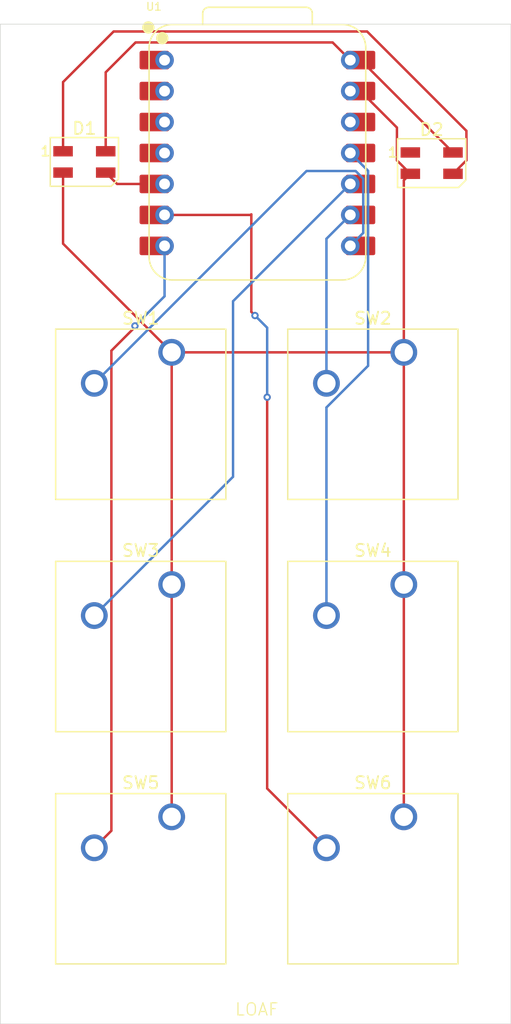
<source format=kicad_pcb>
(kicad_pcb (version 20241229) (generator "pcbnew") (generator_version "9.0")
  (layers (0 "F.Cu" signal) (2 "B.Cu" signal) (13 "F.Paste" user) (15 "B.Paste" user) (5 "F.SilkS" user "F.Silkscreen") (7 "B.SilkS" user "B.Silkscreen") (1 "F.Mask" user) (3 "B.Mask" user) (25 "Edge.Cuts" user))
  (net 0 "")
  (net 1 "GND")
  (net 2 "+5V")
  (net 3 "Net-(D1-DIN)")
  (net 4 "Net-(D1-DOUT)")
  (net 6 "Net-(U1-GPIO1{slash}RX)")
  (net 7 "Net-(U1-GPIO2{slash}SCK)")
  (net 8 "Net-(U1-GPIO4{slash}MISO)")
  (net 9 "Net-(U1-GPIO3{slash}MOSI)")
  (net 11 "Net-(U1-GPIO0{slash}TX)")
  (net 12 "Net-(U1-GPIO7{slash}SCL)")
  (footprint "LED_SMD:LED_SK6812MINI_PLCC4_3.5x3.5mm_P1.75mm" (layer "F.Cu") (at 81.1 55.5)
    (property "Reference" "D1" (at 0 -2.75 0) (layer "F.SilkS"))
    (property "Value" "SK6812MINI")
    (fp_line (start -2.8 -2) (end -2.8 2) (stroke (width 0.12)) (layer "F.SilkS"))
    (fp_line (start -2.8 -2) (end 2.8 -2) (stroke (width 0.12)) (layer "F.SilkS"))
    (fp_line (start -2.8 2) (end 2.2 2) (stroke (width 0.12)) (layer "F.SilkS"))
    (fp_line (start 2.8 1.4) (end 2.2 2) (stroke (width 0.12)) (layer "F.SilkS"))
    (fp_line (start 2.8 1.4) (end 2.8 -2) (stroke (width 0.12)) (layer "F.SilkS"))
    (fp_text user "1" (at -3.2 -0.875 0) (layer "F.SilkS") (effects (font (size 0.8 0.8))))
    (pad "1" smd rect (at -1.75 -0.875) (size 1.6 0.85) (layers "F.Cu" "F.Mask" "F.Paste") (net 4 "Net-(D1-DOUT)"))
    (pad "2" smd rect (at -1.75 0.875) (size 1.6 0.85) (layers "F.Cu" "F.Mask" "F.Paste") (net 1 "GND"))
    (pad "3" smd rect (at 1.75 0.875) (size 1.6 0.85) (layers "F.Cu" "F.Mask" "F.Paste") (net 3 "Net-(D1-DIN)"))
    (pad "4" smd rect (at 1.75 -0.875) (size 1.6 0.85) (layers "F.Cu" "F.Mask" "F.Paste") (net 2 "+5V"))
  )
  (footprint "Button_Switch_Keyboard:SW_Cherry_MX_1.00u_PCB" (layer "F.Cu") (at 88.265 71.12)
    (property "Reference" "SW1" (at -2.54 -2.794 0) (layer "F.SilkS"))
    (property "Value" "SW_Push")
    (fp_line (start -9.525 -1.905) (end 4.445 -1.905) (stroke (width 0.12)) (layer "F.SilkS"))
    (fp_line (start -9.525 12.065) (end -9.525 -1.905) (stroke (width 0.12)) (layer "F.SilkS"))
    (fp_line (start 4.445 -1.905) (end 4.445 12.065) (stroke (width 0.12)) (layer "F.SilkS"))
    (fp_line (start 4.445 12.065) (end -9.525 12.065) (stroke (width 0.12)) (layer "F.SilkS"))
    (pad "" np_thru_hole circle (at -7.62 5.08) (size 1.7 1.7) (drill 1.7) (layers "*.Cu" "*.Mask"))
    (pad "" np_thru_hole circle (at -2.54 5.08) (size 4 4) (drill 4) (layers "*.Cu" "*.Mask"))
    (pad "" np_thru_hole circle (at 2.54 5.08) (size 1.7 1.7) (drill 1.7) (layers "*.Cu" "*.Mask"))
    (pad "1" thru_hole circle (at 0 0) (size 2.2 2.2) (drill 1.5) (layers "*.Cu" "*.Mask") (net 1 "GND"))
    (pad "2" thru_hole circle (at -6.35 2.54) (size 2.2 2.2) (drill 1.5) (layers "*.Cu" "*.Mask") (net 6 "Net-(U1-GPIO1{slash}RX)"))
  )
  (footprint "Button_Switch_Keyboard:SW_Cherry_MX_1.00u_PCB" (layer "F.Cu") (at 107.315 109.22)
    (property "Reference" "SW6" (at -2.54 -2.794 0) (layer "F.SilkS"))
    (property "Value" "SW_Push")
    (fp_line (start -9.525 -1.905) (end 4.445 -1.905) (stroke (width 0.12)) (layer "F.SilkS"))
    (fp_line (start -9.525 12.065) (end -9.525 -1.905) (stroke (width 0.12)) (layer "F.SilkS"))
    (fp_line (start 4.445 -1.905) (end 4.445 12.065) (stroke (width 0.12)) (layer "F.SilkS"))
    (fp_line (start 4.445 12.065) (end -9.525 12.065) (stroke (width 0.12)) (layer "F.SilkS"))
    (pad "" np_thru_hole circle (at -7.62 5.08) (size 1.7 1.7) (drill 1.7) (layers "*.Cu" "*.Mask"))
    (pad "" np_thru_hole circle (at -2.54 5.08) (size 4 4) (drill 4) (layers "*.Cu" "*.Mask"))
    (pad "" np_thru_hole circle (at 2.54 5.08) (size 1.7 1.7) (drill 1.7) (layers "*.Cu" "*.Mask"))
    (pad "1" thru_hole circle (at 0 0) (size 2.2 2.2) (drill 1.5) (layers "*.Cu" "*.Mask") (net 1 "GND"))
    (pad "2" thru_hole circle (at -6.35 2.54) (size 2.2 2.2) (drill 1.5) (layers "*.Cu" "*.Mask") (net 12 "Net-(U1-GPIO7{slash}SCL)"))
  )
  (footprint "Button_Switch_Keyboard:SW_Cherry_MX_1.00u_PCB" (layer "F.Cu") (at 88.265 109.22)
    (property "Reference" "SW5" (at -2.54 -2.794 0) (layer "F.SilkS"))
    (property "Value" "SW_Push")
    (fp_line (start -9.525 -1.905) (end 4.445 -1.905) (stroke (width 0.12)) (layer "F.SilkS"))
    (fp_line (start -9.525 12.065) (end -9.525 -1.905) (stroke (width 0.12)) (layer "F.SilkS"))
    (fp_line (start 4.445 -1.905) (end 4.445 12.065) (stroke (width 0.12)) (layer "F.SilkS"))
    (fp_line (start 4.445 12.065) (end -9.525 12.065) (stroke (width 0.12)) (layer "F.SilkS"))
    (pad "" np_thru_hole circle (at -7.62 5.08) (size 1.7 1.7) (drill 1.7) (layers "*.Cu" "*.Mask"))
    (pad "" np_thru_hole circle (at -2.54 5.08) (size 4 4) (drill 4) (layers "*.Cu" "*.Mask"))
    (pad "" np_thru_hole circle (at 2.54 5.08) (size 1.7 1.7) (drill 1.7) (layers "*.Cu" "*.Mask"))
    (pad "1" thru_hole circle (at 0 0) (size 2.2 2.2) (drill 1.5) (layers "*.Cu" "*.Mask") (net 1 "GND"))
    (pad "2" thru_hole circle (at -6.35 2.54) (size 2.2 2.2) (drill 1.5) (layers "*.Cu" "*.Mask") (net 11 "Net-(U1-GPIO0{slash}TX)"))
  )
  (footprint "LED_SMD:LED_SK6812MINI_PLCC4_3.5x3.5mm_P1.75mm" (layer "F.Cu") (at 109.6 55.6)
    (property "Reference" "D2" (at 0 -2.75 0) (layer "F.SilkS"))
    (property "Value" "SK6812MINI")
    (fp_line (start -2.8 -2) (end -2.8 2) (stroke (width 0.12)) (layer "F.SilkS"))
    (fp_line (start -2.8 -2) (end 2.8 -2) (stroke (width 0.12)) (layer "F.SilkS"))
    (fp_line (start -2.8 2) (end 2.2 2) (stroke (width 0.12)) (layer "F.SilkS"))
    (fp_line (start 2.8 1.4) (end 2.2 2) (stroke (width 0.12)) (layer "F.SilkS"))
    (fp_line (start 2.8 1.4) (end 2.8 -2) (stroke (width 0.12)) (layer "F.SilkS"))
    (fp_text user "1" (at -3.2 -0.875 0) (layer "F.SilkS") (effects (font (size 0.8 0.8))))
    (pad "1" smd rect (at -1.75 -0.875) (size 1.6 0.85) (layers "F.Cu" "F.Mask" "F.Paste"))
    (pad "2" smd rect (at -1.75 0.875) (size 1.6 0.85) (layers "F.Cu" "F.Mask" "F.Paste") (net 1 "GND"))
    (pad "3" smd rect (at 1.75 0.875) (size 1.6 0.85) (layers "F.Cu" "F.Mask" "F.Paste") (net 4 "Net-(D1-DOUT)"))
    (pad "4" smd rect (at 1.75 -0.875) (size 1.6 0.85) (layers "F.Cu" "F.Mask" "F.Paste") (net 2 "+5V"))
  )
  (footprint "OPL:XIAO-RP2040-DIP" (layer "F.Cu") (at 95.3 54.76875)
    (property "Reference" "U1" (at -8.5 -12 0) (layer "F.SilkS") (effects (font (size 0.635 0.635) (thickness 0.1016))))
    (property "Value" "XIAO-RP2040-DIP")
    (fp_line (start -8.89 8.509) (end -8.89 -8.636) (stroke (width 0.127)) (layer "F.SilkS"))
    (fp_line (start -6.985 10.414) (end 6.985 10.414) (stroke (width 0.127)) (layer "F.SilkS"))
    (fp_line (start -4.495 -10.541) (end -4.491272 -11.451272) (stroke (width 0.127)) (layer "F.SilkS"))
    (fp_line (start -3.991272 -11.951) (end 4.004 -11.951) (stroke (width 0.127)) (layer "F.SilkS"))
    (fp_line (start 4.504 -11.451) (end 4.504 -10.541) (stroke (width 0.127)) (layer "F.SilkS"))
    (fp_line (start 6.985 -10.541) (end -6.985 -10.541) (stroke (width 0.1)) (layer "F.SilkS"))
    (fp_line (start 6.985 -10.541) (end -6.985 -10.541) (stroke (width 0.127)) (layer "F.SilkS"))
    (fp_line (start 8.89 8.509) (end 8.89 -8.636) (stroke (width 0.127)) (layer "F.SilkS"))
    (fp_arc (start -8.89 -8.636) (mid -8.332038 -9.983038) (end -6.985 -10.541) (stroke (width 0.127)) (layer "F.SilkS"))
    (fp_arc (start -6.985 10.414) (mid -8.332038 9.856038) (end -8.89 8.509) (stroke (width 0.127)) (layer "F.SilkS"))
    (fp_arc (start -4.491272 -11.451272) (mid -4.344728 -11.80464) (end -3.991272 -11.951) (stroke (width 0.127)) (layer "F.SilkS"))
    (fp_arc (start 4.004 -11.951) (mid 4.357553 -11.804553) (end 4.504 -11.451) (stroke (width 0.127)) (layer "F.SilkS"))
    (fp_arc (start 6.985 -10.541) (mid 8.332038 -9.983038) (end 8.89 -8.636) (stroke (width 0.127)) (layer "F.SilkS"))
    (fp_arc (start 8.89 8.509) (mid 8.332038 9.856038) (end 6.985 10.414) (stroke (width 0.127)) (layer "F.SilkS"))
    (fp_circle (center -8.95 -10.3) (end -8.95 -10.554) (stroke (width 0.5)) (fill yes) (layer "F.SilkS"))
    (fp_circle (center -7.807 -9.42) (end -7.807 -9.674) (stroke (width 0.5)) (fill yes) (layer "F.SilkS"))
    (pad "1" smd roundrect (at -8.455 -7.62 180) (size 2.432 1.524) (layers "F.Cu" "F.Mask") (roundrect_rratio 0.1))
    (pad "1" thru_hole circle (at -7.62 -7.62 180) (size 1.524 1.524) (drill 0.889) (layers "*.Cu" "*.Mask"))
    (pad "2" smd roundrect (at -8.455 -5.08 180) (size 2.432 1.524) (layers "F.Cu" "F.Mask") (roundrect_rratio 0.1))
    (pad "2" thru_hole circle (at -7.62 -5.08 180) (size 1.524 1.524) (drill 0.889) (layers "*.Cu" "*.Mask"))
    (pad "3" smd roundrect (at -8.455 -2.54 180) (size 2.432 1.524) (layers "F.Cu" "F.Mask") (roundrect_rratio 0.1))
    (pad "3" thru_hole circle (at -7.62 -2.54 180) (size 1.524 1.524) (drill 0.889) (layers "*.Cu" "*.Mask"))
    (pad "4" smd roundrect (at -8.455 0 180) (size 2.432 1.524) (layers "F.Cu" "F.Mask") (roundrect_rratio 0.1))
    (pad "4" thru_hole circle (at -7.62 0 180) (size 1.524 1.524) (drill 0.889) (layers "*.Cu" "*.Mask"))
    (pad "5" smd roundrect (at -8.455 2.54 180) (size 2.432 1.524) (layers "F.Cu" "F.Mask") (roundrect_rratio 0.1) (net 3 "Net-(D1-DIN)"))
    (pad "5" thru_hole circle (at -7.62 2.54 180) (size 1.524 1.524) (drill 0.889) (layers "*.Cu" "*.Mask") (net 3 "Net-(D1-DIN)"))
    (pad "6" smd roundrect (at -8.455 5.08 180) (size 2.432 1.524) (layers "F.Cu" "F.Mask") (roundrect_rratio 0.1) (net 12 "Net-(U1-GPIO7{slash}SCL)"))
    (pad "6" thru_hole circle (at -7.62 5.08 180) (size 1.524 1.524) (drill 0.889) (layers "*.Cu" "*.Mask") (net 12 "Net-(U1-GPIO7{slash}SCL)"))
    (pad "7" smd roundrect (at -8.455 7.62 180) (size 2.432 1.524) (layers "F.Cu" "F.Mask") (roundrect_rratio 0.1) (net 11 "Net-(U1-GPIO0{slash}TX)"))
    (pad "7" thru_hole circle (at -7.62 7.62 180) (size 1.524 1.524) (drill 0.889) (layers "*.Cu" "*.Mask") (net 11 "Net-(U1-GPIO0{slash}TX)"))
    (pad "8" thru_hole circle (at 7.62 7.62) (size 1.524 1.524) (drill 0.889) (layers "*.Cu" "*.Mask") (net 6 "Net-(U1-GPIO1{slash}RX)"))
    (pad "8" smd roundrect (at 8.455 7.62) (size 2.432 1.524) (layers "F.Cu" "F.Mask") (roundrect_rratio 0.1) (net 6 "Net-(U1-GPIO1{slash}RX)"))
    (pad "9" thru_hole circle (at 7.62 5.08) (size 1.524 1.524) (drill 0.889) (layers "*.Cu" "*.Mask") (net 7 "Net-(U1-GPIO2{slash}SCK)"))
    (pad "9" smd roundrect (at 8.455 5.08) (size 2.432 1.524) (layers "F.Cu" "F.Mask") (roundrect_rratio 0.1) (net 7 "Net-(U1-GPIO2{slash}SCK)"))
    (pad "10" thru_hole circle (at 7.62 2.54) (size 1.524 1.524) (drill 0.889) (layers "*.Cu" "*.Mask") (net 8 "Net-(U1-GPIO4{slash}MISO)"))
    (pad "10" smd roundrect (at 8.455 2.54) (size 2.432 1.524) (layers "F.Cu" "F.Mask") (roundrect_rratio 0.1) (net 8 "Net-(U1-GPIO4{slash}MISO)"))
    (pad "11" thru_hole circle (at 7.62 0) (size 1.524 1.524) (drill 0.889) (layers "*.Cu" "*.Mask") (net 9 "Net-(U1-GPIO3{slash}MOSI)"))
    (pad "11" smd roundrect (at 8.455 0) (size 2.432 1.524) (layers "F.Cu" "F.Mask") (roundrect_rratio 0.1) (net 9 "Net-(U1-GPIO3{slash}MOSI)"))
    (pad "12" thru_hole circle (at 7.62 -2.54) (size 1.524 1.524) (drill 0.889) (layers "*.Cu" "*.Mask"))
    (pad "12" smd roundrect (at 8.455 -2.54) (size 2.432 1.524) (layers "F.Cu" "F.Mask") (roundrect_rratio 0.1))
    (pad "13" thru_hole circle (at 7.62 -5.08) (size 1.524 1.524) (drill 0.889) (layers "*.Cu" "*.Mask") (net 1 "GND"))
    (pad "13" smd roundrect (at 8.455 -5.08) (size 2.432 1.524) (layers "F.Cu" "F.Mask") (roundrect_rratio 0.1) (net 1 "GND"))
    (pad "14" thru_hole circle (at 7.62 -7.62) (size 1.524 1.524) (drill 0.889) (layers "*.Cu" "*.Mask") (net 2 "+5V"))
    (pad "14" smd roundrect (at 8.455 -7.62) (size 2.432 1.524) (layers "F.Cu" "F.Mask") (roundrect_rratio 0.1) (net 2 "+5V"))
  )
  (footprint "Button_Switch_Keyboard:SW_Cherry_MX_1.00u_PCB" (layer "F.Cu") (at 88.265 90.17)
    (property "Reference" "SW3" (at -2.54 -2.794 0) (layer "F.SilkS"))
    (property "Value" "SW_Push")
    (fp_line (start -9.525 -1.905) (end 4.445 -1.905) (stroke (width 0.12)) (layer "F.SilkS"))
    (fp_line (start -9.525 12.065) (end -9.525 -1.905) (stroke (width 0.12)) (layer "F.SilkS"))
    (fp_line (start 4.445 -1.905) (end 4.445 12.065) (stroke (width 0.12)) (layer "F.SilkS"))
    (fp_line (start 4.445 12.065) (end -9.525 12.065) (stroke (width 0.12)) (layer "F.SilkS"))
    (pad "" np_thru_hole circle (at -7.62 5.08) (size 1.7 1.7) (drill 1.7) (layers "*.Cu" "*.Mask"))
    (pad "" np_thru_hole circle (at -2.54 5.08) (size 4 4) (drill 4) (layers "*.Cu" "*.Mask"))
    (pad "" np_thru_hole circle (at 2.54 5.08) (size 1.7 1.7) (drill 1.7) (layers "*.Cu" "*.Mask"))
    (pad "1" thru_hole circle (at 0 0) (size 2.2 2.2) (drill 1.5) (layers "*.Cu" "*.Mask") (net 1 "GND"))
    (pad "2" thru_hole circle (at -6.35 2.54) (size 2.2 2.2) (drill 1.5) (layers "*.Cu" "*.Mask") (net 8 "Net-(U1-GPIO4{slash}MISO)"))
  )
  (footprint "Button_Switch_Keyboard:SW_Cherry_MX_1.00u_PCB" (layer "F.Cu") (at 107.315 71.12)
    (property "Reference" "SW2" (at -2.54 -2.794 0) (layer "F.SilkS"))
    (property "Value" "SW_Push")
    (fp_line (start -9.525 -1.905) (end 4.445 -1.905) (stroke (width 0.12)) (layer "F.SilkS"))
    (fp_line (start -9.525 12.065) (end -9.525 -1.905) (stroke (width 0.12)) (layer "F.SilkS"))
    (fp_line (start 4.445 -1.905) (end 4.445 12.065) (stroke (width 0.12)) (layer "F.SilkS"))
    (fp_line (start 4.445 12.065) (end -9.525 12.065) (stroke (width 0.12)) (layer "F.SilkS"))
    (pad "" np_thru_hole circle (at -7.62 5.08) (size 1.7 1.7) (drill 1.7) (layers "*.Cu" "*.Mask"))
    (pad "" np_thru_hole circle (at -2.54 5.08) (size 4 4) (drill 4) (layers "*.Cu" "*.Mask"))
    (pad "" np_thru_hole circle (at 2.54 5.08) (size 1.7 1.7) (drill 1.7) (layers "*.Cu" "*.Mask"))
    (pad "1" thru_hole circle (at 0 0) (size 2.2 2.2) (drill 1.5) (layers "*.Cu" "*.Mask") (net 1 "GND"))
    (pad "2" thru_hole circle (at -6.35 2.54) (size 2.2 2.2) (drill 1.5) (layers "*.Cu" "*.Mask") (net 7 "Net-(U1-GPIO2{slash}SCK)"))
  )
  (footprint "Button_Switch_Keyboard:SW_Cherry_MX_1.00u_PCB" (layer "F.Cu") (at 107.315 90.17)
    (property "Reference" "SW4" (at -2.54 -2.794 0) (layer "F.SilkS"))
    (property "Value" "SW_Push")
    (fp_line (start -9.525 -1.905) (end 4.445 -1.905) (stroke (width 0.12)) (layer "F.SilkS"))
    (fp_line (start -9.525 12.065) (end -9.525 -1.905) (stroke (width 0.12)) (layer "F.SilkS"))
    (fp_line (start 4.445 -1.905) (end 4.445 12.065) (stroke (width 0.12)) (layer "F.SilkS"))
    (fp_line (start 4.445 12.065) (end -9.525 12.065) (stroke (width 0.12)) (layer "F.SilkS"))
    (pad "" np_thru_hole circle (at -7.62 5.08) (size 1.7 1.7) (drill 1.7) (layers "*.Cu" "*.Mask"))
    (pad "" np_thru_hole circle (at -2.54 5.08) (size 4 4) (drill 4) (layers "*.Cu" "*.Mask"))
    (pad "" np_thru_hole circle (at 2.54 5.08) (size 1.7 1.7) (drill 1.7) (layers "*.Cu" "*.Mask"))
    (pad "1" thru_hole circle (at 0 0) (size 2.2 2.2) (drill 1.5) (layers "*.Cu" "*.Mask") (net 1 "GND"))
    (pad "2" thru_hole circle (at -6.35 2.54) (size 2.2 2.2) (drill 1.5) (layers "*.Cu" "*.Mask") (net 9 "Net-(U1-GPIO3{slash}MOSI)"))
  )
  (gr_rect (start 74.2 44.2) (end 116.1 126.20625) (stroke (width 0.05)) (fill no) (layer "Edge.Cuts"))
  (gr_text "LOAF\n" (at 93.4 125.6 0) (layer "F.SilkS") (effects (font (size 1 1) (thickness 0.1)) (justify left bottom)))
  (segment (start 107.85 56.475) (end 106.749 55.374) (width 0.2) (layer "F.Cu") (net 1))
  (segment (start 88.265 71.12) (end 107.315 71.12) (width 0.2) (layer "F.Cu") (net 1))
  (segment (start 107.315 109.22) (end 107.315 90.17) (width 0.2) (layer "F.Cu") (net 1))
  (segment (start 88.265 71.12) (end 88.265 90.17) (width 0.2) (layer "F.Cu") (net 1))
  (segment (start 107.315 71.12) (end 107.315 57.01) (width 0.2) (layer "F.Cu") (net 1))
  (segment (start 88.265 90.17) (end 88.265 109.22) (width 0.2) (layer "F.Cu") (net 1))
  (segment (start 107.315 57.01) (end 107.85 56.475) (width 0.2) (layer "F.Cu") (net 1))
  (segment (start 79.35 56.375) (end 79.35 62.205) (width 0.2) (layer "F.Cu") (net 1))
  (segment (start 106.749 55.374) (end 106.749 52.68275) (width 0.2) (layer "F.Cu") (net 1))
  (segment (start 79.35 62.205) (end 88.265 71.12) (width 0.2) (layer "F.Cu") (net 1))
  (segment (start 107.315 71.12) (end 107.315 90.17) (width 0.2) (layer "F.Cu") (net 1))
  (segment (start 106.749 52.68275) (end 103.755 49.68875) (width 0.2) (layer "F.Cu") (net 1))
  (segment (start 85.3 45.7) (end 101.47125 45.7) (width 0.2) (layer "F.Cu") (net 2))
  (segment (start 101.47125 45.7) (end 102.92 47.14875) (width 0.2) (layer "F.Cu") (net 2))
  (segment (start 82.85 54.625) (end 82.85 48.15) (width 0.2) (layer "F.Cu") (net 2))
  (segment (start 82.85 48.15) (end 85.3 45.7) (width 0.2) (layer "F.Cu") (net 2))
  (segment (start 103.77375 47.14875) (end 102.92 47.14875) (width 0.2) (layer "F.Cu") (net 2))
  (segment (start 111.35 54.725) (end 103.77375 47.14875) (width 0.2) (layer "F.Cu") (net 2))
  (segment (start 87.68 57.30875) (end 83.78375 57.30875) (width 0.2) (layer "F.Cu") (net 3))
  (segment (start 83.78375 57.30875) (end 82.85 56.375) (width 0.2) (layer "F.Cu") (net 3))
  (segment (start 83.5 44.801) (end 104.301 44.801) (width 0.2) (layer "F.Cu") (net 4))
  (segment (start 112.451 55.374) (end 111.35 56.475) (width 0.2) (layer "F.Cu") (net 4))
  (segment (start 79.35 48.951) (end 83.5 44.801) (width 0.2) (layer "F.Cu") (net 4))
  (segment (start 104.301 44.801) (end 112.451 52.951) (width 0.2) (layer "F.Cu") (net 4))
  (segment (start 79.35 54.625) (end 79.35 48.951) (width 0.2) (layer "F.Cu") (net 4))
  (segment (start 112.451 52.951) (end 112.451 55.374) (width 0.2) (layer "F.Cu") (net 4))
  (segment (start 102.92 62.38875) (end 103.983 61.32575) (width 0.2) (layer "B.Cu") (net 6))
  (segment (start 103.36031 56.24575) (end 99.32925 56.24575) (width 0.2) (layer "B.Cu") (net 6))
  (segment (start 103.983 56.86844) (end 103.36031 56.24575) (width 0.2) (layer "B.Cu") (net 6))
  (segment (start 103.983 61.32575) (end 103.983 56.86844) (width 0.2) (layer "B.Cu") (net 6))
  (segment (start 99.32925 56.24575) (end 81.915 73.66) (width 0.2) (layer "B.Cu") (net 6))
  (segment (start 102.92 59.84875) (end 100.965 61.80375) (width 0.2) (layer "B.Cu") (net 7))
  (segment (start 100.965 61.80375) (end 100.965 73.66) (width 0.2) (layer "B.Cu") (net 7))
  (segment (start 81.915 92.515) (end 81.9 92.5) (width 0.2) (layer "F.Cu") (net 8))
  (segment (start 81.915 92.71) (end 81.915 92.515) (width 0.2) (layer "F.Cu") (net 8))
  (segment (start 93.3 66.92875) (end 102.92 57.30875) (width 0.2) (layer "B.Cu") (net 8))
  (segment (start 81.915 92.71) (end 93.3 81.325) (width 0.2) (layer "B.Cu") (net 8))
  (segment (start 93.3 81.325) (end 93.3 66.92875) (width 0.2) (layer "B.Cu") (net 8))
  (segment (start 104.384 72.222314) (end 104.384 56.23275) (width 0.2) (layer "B.Cu") (net 9))
  (segment (start 100.965 75.641314) (end 104.384 72.222314) (width 0.2) (layer "B.Cu") (net 9))
  (segment (start 104.384 56.23275) (end 102.92 54.76875) (width 0.2) (layer "B.Cu") (net 9))
  (segment (start 100.965 92.71) (end 100.965 75.641314) (width 0.2) (layer "B.Cu") (net 9))
  (segment (start 84.7 69.6) (end 85.248235 69.051765) (width 0.2) (layer "F.Cu") (net 11))
  (segment (start 81.915 111.76) (end 83.316 110.359) (width 0.2) (layer "F.Cu") (net 11))
  (segment (start 83.316 70.984) (end 84.7 69.6) (width 0.2) (layer "F.Cu") (net 11))
  (segment (start 85.248235 69.051765) (end 85.248235 68.951765) (width 0.2) (layer "F.Cu") (net 11))
  (segment (start 83.316 110.359) (end 83.316 70.984) (width 0.2) (layer "F.Cu") (net 11))
  (via (at 85.248235 68.951765) (size 0.6) (drill 0.3) (layers "F.Cu" "B.Cu") (net 11))
  (segment (start 85.248235 68.951765) (end 87.68 66.52) (width 0.2) (layer "B.Cu") (net 11))
  (segment (start 87.68 66.52) (end 87.68 62.38875) (width 0.2) (layer "B.Cu") (net 11))
  (segment (start 96.1 74.8) (end 96.1 74.9) (width 0.2) (layer "F.Cu") (net 12))
  (segment (start 96.1 106.895) (end 96.1 74.8) (width 0.2) (layer "F.Cu") (net 12))
  (segment (start 95.1 68.1) (end 94.8 67.8) (width 0.2) (layer "F.Cu") (net 12))
  (segment (start 94.8 59.8) (end 94.75125 59.84875) (width 0.2) (layer "F.Cu") (net 12))
  (segment (start 100.965 111.76) (end 96.1 106.895) (width 0.2) (layer "F.Cu") (net 12))
  (segment (start 94.75125 59.84875) (end 87.68 59.84875) (width 0.2) (layer "F.Cu") (net 12))
  (segment (start 94.8 67.8) (end 94.8 59.8) (width 0.2) (layer "F.Cu") (net 12))
  (via (at 96.1 74.8) (size 0.6) (drill 0.3) (layers "F.Cu" "B.Cu") (net 12))
  (via (at 95.1 68.1) (size 0.6) (drill 0.3) (layers "F.Cu" "B.Cu") (net 12))
  (segment (start 96.1 74.8) (end 96.1 69.1) (width 0.2) (layer "B.Cu") (net 12))
  (segment (start 96.1 69.1) (end 95.1 68.1) (width 0.2) (layer "B.Cu") (net 12))
)
</source>
